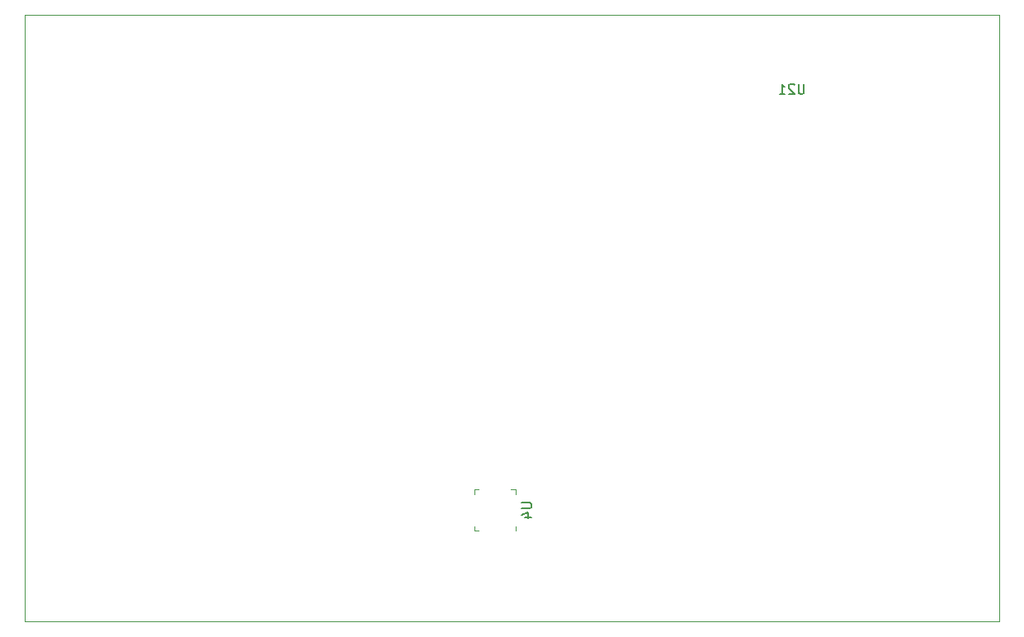
<source format=gbo>
%TF.GenerationSoftware,KiCad,Pcbnew,5.1.3-ffb9f22~84~ubuntu16.04.1*%
%TF.CreationDate,2019-07-27T15:58:03+02:00*%
%TF.ProjectId,Raspberry-I2C-LCD-and-Keypad,52617370-6265-4727-9279-2d4932432d4c,rev?*%
%TF.SameCoordinates,Original*%
%TF.FileFunction,Legend,Bot*%
%TF.FilePolarity,Positive*%
%FSLAX46Y46*%
G04 Gerber Fmt 4.6, Leading zero omitted, Abs format (unit mm)*
G04 Created by KiCad (PCBNEW 5.1.3-ffb9f22~84~ubuntu16.04.1) date 2019-07-27 15:58:03*
%MOMM*%
%LPD*%
G04 APERTURE LIST*
%ADD10C,0.050000*%
%ADD11C,0.120000*%
%ADD12C,0.150000*%
G04 APERTURE END LIST*
D10*
X191439800Y-69850000D02*
X91440000Y-69850000D01*
X191439800Y-132080000D02*
X191439800Y-69850000D01*
X91440000Y-132080000D02*
X191439800Y-132080000D01*
X91440000Y-69850000D02*
X91440000Y-132080000D01*
D11*
X141810000Y-122310000D02*
X141810000Y-122760000D01*
X137590000Y-118540000D02*
X138040000Y-118540000D01*
X137590000Y-118990000D02*
X137590000Y-118540000D01*
X137590000Y-122760000D02*
X138040000Y-122760000D01*
X137590000Y-122310000D02*
X137590000Y-122760000D01*
X141810000Y-118540000D02*
X141360000Y-118540000D01*
X141810000Y-118990000D02*
X141810000Y-118540000D01*
D12*
X171418095Y-76922380D02*
X171418095Y-77731904D01*
X171370476Y-77827142D01*
X171322857Y-77874761D01*
X171227619Y-77922380D01*
X171037142Y-77922380D01*
X170941904Y-77874761D01*
X170894285Y-77827142D01*
X170846666Y-77731904D01*
X170846666Y-76922380D01*
X170418095Y-77017619D02*
X170370476Y-76970000D01*
X170275238Y-76922380D01*
X170037142Y-76922380D01*
X169941904Y-76970000D01*
X169894285Y-77017619D01*
X169846666Y-77112857D01*
X169846666Y-77208095D01*
X169894285Y-77350952D01*
X170465714Y-77922380D01*
X169846666Y-77922380D01*
X168894285Y-77922380D02*
X169465714Y-77922380D01*
X169180000Y-77922380D02*
X169180000Y-76922380D01*
X169275238Y-77065238D01*
X169370476Y-77160476D01*
X169465714Y-77208095D01*
X142452380Y-119888095D02*
X143261904Y-119888095D01*
X143357142Y-119935714D01*
X143404761Y-119983333D01*
X143452380Y-120078571D01*
X143452380Y-120269047D01*
X143404761Y-120364285D01*
X143357142Y-120411904D01*
X143261904Y-120459523D01*
X142452380Y-120459523D01*
X142785714Y-121364285D02*
X143452380Y-121364285D01*
X142404761Y-121126190D02*
X143119047Y-120888095D01*
X143119047Y-121507142D01*
M02*

</source>
